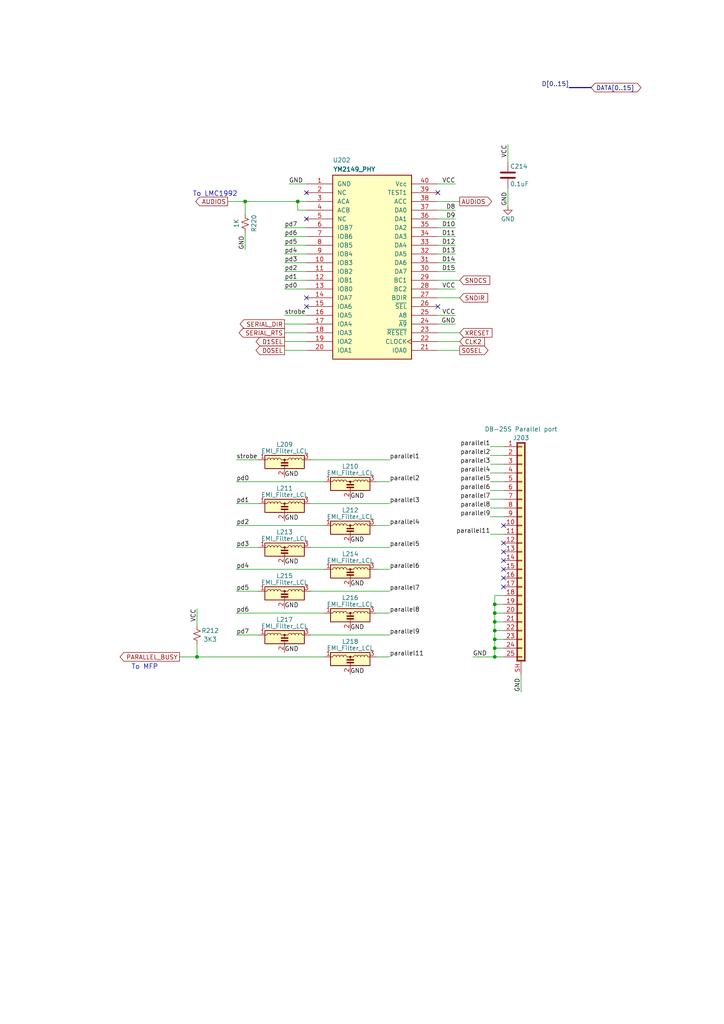
<source format=kicad_sch>
(kicad_sch (version 20230121) (generator eeschema)
  (paper "A4" portrait)
  (title_block (title "Converted schematics of Atari STE") (date "2021-08-31") (rev "1.0.0") (comment 1 "Reference : C300780-001"))
  (lib_symbols
    (symbol "Connector_Generic_Shielded:Conn_01x25_Shielded" (pin_names (offset 1.016) hide)
      (property "Reference" "J" (at 0.254 32.766 0))
      (property "Value" "Conn_01x25_Shielded" (at 1.016 -32.766 0))
      (symbol "Conn_01x25_Shielded_1_1"
        (rectangle (start -1.27 31.75) (end 1.27 -31.75) (stroke (width 0.1524)))
        (rectangle (start -1.016 -30.353) (end 0.254 -30.607) (stroke (width 0.1524)))
        (rectangle (start -1.016 -27.813) (end 0.254 -28.067) (stroke (width 0.1524)))
        (rectangle (start -1.016 -25.273) (end 0.254 -25.527) (stroke (width 0.1524)))
        (rectangle (start -1.016 -22.733) (end 0.254 -22.987) (stroke (width 0.1524)))
        (rectangle (start -1.016 -20.193) (end 0.254 -20.447) (stroke (width 0.1524)))
        (rectangle (start -1.016 -17.653) (end 0.254 -17.907) (stroke (width 0.1524)))
        (rectangle (start -1.016 -15.113) (end 0.254 -15.367) (stroke (width 0.1524)))
        (rectangle (start -1.016 -12.573) (end 0.254 -12.827) (stroke (width 0.1524)))
        (rectangle (start -1.016 -10.033) (end 0.254 -10.287) (stroke (width 0.1524)))
        (rectangle (start -1.016 -7.493) (end 0.254 -7.747) (stroke (width 0.1524)))
        (rectangle (start -1.016 -4.953) (end 0.254 -5.207) (stroke (width 0.1524)))
        (rectangle (start -1.016 -2.413) (end 0.254 -2.667) (stroke (width 0.1524)))
        (rectangle (start -1.016 0.127) (end 0.254 -0.127) (stroke (width 0.1524)))
        (rectangle (start -1.016 2.667) (end 0.254 2.413) (stroke (width 0.1524)))
        (rectangle (start -1.016 5.207) (end 0.254 4.953) (stroke (width 0.1524)))
        (rectangle (start -1.016 7.747) (end 0.254 7.493) (stroke (width 0.1524)))
        (rectangle (start -1.016 10.287) (end 0.254 10.033) (stroke (width 0.1524)))
        (rectangle (start -1.016 12.827) (end 0.254 12.573) (stroke (width 0.1524)))
        (rectangle (start -1.016 15.367) (end 0.254 15.113) (stroke (width 0.1524)))
        (rectangle (start -1.016 17.907) (end 0.254 17.653) (stroke (width 0.1524)))
        (rectangle (start -1.016 20.447) (end 0.254 20.193) (stroke (width 0.1524)))
        (rectangle (start -1.016 22.987) (end 0.254 22.733) (stroke (width 0.1524)))
        (rectangle (start -1.016 25.527) (end 0.254 25.273) (stroke (width 0.1524)))
        (rectangle (start -1.016 28.067) (end 0.254 27.813) (stroke (width 0.1524)))
        (rectangle (start -1.016 30.607) (end 0.254 30.353) (stroke (width 0.1524)))
        (rectangle (start -1.016 31.496) (end 1.016 -31.496) (stroke (width 0.254)) (fill (type background)))
        (pin passive line (at -5.08 30.48 0) (length 4.064) (name "Pin_1") (number "1"))
        (pin passive line (at -5.08 7.62 0) (length 4.064) (name "Pin_10") (number "10"))
        (pin passive line (at -5.08 5.08 0) (length 4.064) (name "Pin_11") (number "11"))
        (pin passive line (at -5.08 2.54 0) (length 4.064) (name "Pin_12") (number "12"))
        (pin passive line (at -5.08 0 0) (length 4.064) (name "Pin_13") (number "13"))
        (pin passive line (at -5.08 -2.54 0) (length 4.064) (name "Pin_14") (number "14"))
        (pin passive line (at -5.08 -5.08 0) (length 4.064) (name "Pin_15") (number "15"))
        (pin passive line (at -5.08 -7.62 0) (length 4.064) (name "Pin_16") (number "16"))
        (pin passive line (at -5.08 -10.16 0) (length 4.064) (name "Pin_17") (number "17"))
        (pin passive line (at -5.08 -12.7 0) (length 4.064) (name "Pin_18") (number "18"))
        (pin passive line (at -5.08 -15.24 0) (length 4.064) (name "Pin_19") (number "19"))
        (pin passive line (at -5.08 27.94 0) (length 4.064) (name "Pin_2") (number "2"))
        (pin passive line (at -5.08 -17.78 0) (length 4.064) (name "Pin_20") (number "20"))
        (pin passive line (at -5.08 -20.32 0) (length 4.064) (name "Pin_21") (number "21"))
        (pin passive line (at -5.08 -22.86 0) (length 4.064) (name "Pin_22") (number "22"))
        (pin passive line (at -5.08 -25.4 0) (length 4.064) (name "Pin_23") (number "23"))
        (pin passive line (at -5.08 -27.94 0) (length 4.064) (name "Pin_24") (number "24"))
        (pin passive line (at -5.08 -30.48 0) (length 4.064) (name "Pin_25") (number "25"))
        (pin passive line (at -5.08 25.4 0) (length 4.064) (name "Pin_3") (number "3"))
        (pin passive line (at -5.08 22.86 0) (length 4.064) (name "Pin_4") (number "4"))
        (pin passive line (at -5.08 20.32 0) (length 4.064) (name "Pin_5") (number "5"))
        (pin passive line (at -5.08 17.78 0) (length 4.064) (name "Pin_6") (number "6"))
        (pin passive line (at -5.08 15.24 0) (length 4.064) (name "Pin_7") (number "7"))
        (pin passive line (at -5.08 12.7 0) (length 4.064) (name "Pin_8") (number "8"))
        (pin passive line (at -5.08 10.16 0) (length 4.064) (name "Pin_9") (number "9"))
        (pin passive line (at 0 -35.56 90) (length 3.81) (name "Shield") (number "SH"))
      )
    )
    (symbol "Device:C" (pin_numbers hide) (pin_names (offset 0.254))
      (property "Reference" "C" (at 0.635 2.54 0))
      (property "Value" "C" (at 0.635 -2.54 0))
      (symbol "C_0_1"
        (polyline (pts (xy -2.032 -0.762) (xy 2.032 -0.762)) (stroke (width 0.508)))
        (polyline (pts (xy -2.032 0.762) (xy 2.032 0.762)) (stroke (width 0.508)))
      )
      (symbol "C_1_1"
        (pin passive line (at 0 3.81 270) (length 2.794) (name "~") (number "1"))
        (pin passive line (at 0 -3.81 90) (length 2.794) (name "~") (number "2"))
      )
    )
    (symbol "Device:EMI_Filter_LCL" (pin_names (offset 0.254) hide)
      (property "Reference" "FL" (at 0 6.985 0))
      (property "Value" "Device_EMI_Filter_LCL" (at 0 5.08 0))
      (symbol "EMI_Filter_LCL_0_1"
        (rectangle (start -5.715 3.81) (end 5.715 0) (stroke (width 0.254)) (fill (type background)))
        (arc (start -4.064 2.54) (mid -4.572 3.0457) (end -5.08 2.54))
        (arc (start -3.048 2.54) (mid -3.556 3.0457) (end -4.064 2.54))
        (arc (start -2.032 2.54) (mid -2.54 3.0457) (end -3.048 2.54))
        (rectangle (start -1.016 0.762) (end 1.016 1.016) (fill (type outline)))
        (arc (start -1.016 2.54) (mid -1.524 3.0457) (end -2.032 2.54))
        (polyline (pts (xy -1.016 2.54) (xy 1.016 2.54)))
        (polyline (pts (xy 0 0.762) (xy 0 0)))
        (polyline (pts (xy 0 2.54) (xy 0 1.778)))
        (circle (center 0 2.54) (radius 0.254) (fill (type outline)))
        (rectangle (start 1.016 1.524) (end -1.016 1.778) (fill (type outline)))
        (arc (start 2.032 2.54) (mid 1.524 3.0457) (end 1.016 2.54))
        (arc (start 3.048 2.54) (mid 2.54 3.0457) (end 2.032 2.54))
        (arc (start 4.064 2.54) (mid 3.556 3.0457) (end 3.048 2.54))
        (arc (start 5.08 2.54) (mid 4.572 3.0457) (end 4.064 2.54))
      )
      (symbol "EMI_Filter_LCL_1_1"
        (pin passive line (at -7.62 2.54 0) (length 2.54) (name "1") (number "1"))
        (pin passive line (at 0 -2.54 90) (length 2.54) (name "2") (number "2"))
        (pin passive line (at 7.62 2.54 180) (length 2.54) (name "3") (number "3"))
      )
    )
    (symbol "Device:R_Small_US" (pin_numbers hide) (pin_names (offset 0.254) hide)
      (property "Reference" "R" (at 0.762 0.508 0))
      (property "Value" "R_Small_US" (at 0.762 -1.016 0))
      (symbol "R_Small_US_1_1"
        (polyline (pts (xy 0 0) (xy 1.016 -0.381) (xy 0 -0.762) (xy -1.016 -1.143) (xy 0 -1.524)))
        (polyline (pts (xy 0 1.524) (xy 1.016 1.143) (xy 0 0.762) (xy -1.016 0.381) (xy 0 0)))
        (pin passive line (at 0 2.54 270) (length 1.016) (name "~") (number "1"))
        (pin passive line (at 0 -2.54 90) (length 1.016) (name "~") (number "2"))
      )
    )
    (symbol "power:GND" (power) (pin_names (offset 0))
      (property "Value" "GND" (at 0 -3.81 0))
      (symbol "GND_0_1"
        (polyline (pts (xy 0 0) (xy 0 -1.27) (xy 1.27 -1.27) (xy 0 -2.54) (xy -1.27 -1.27) (xy 0 -1.27)))
      )
      (symbol "GND_1_1"
        (pin power_in line (at 0 0 270) (length 0) hide (name "GND") (number "1"))
      )
    )
    (symbol "ym2149:YM2149_PHY" (pin_names (offset 1.27))
      (property "Reference" "U" (at 0 0 0))
      (property "Value" "YM2149_PHY" (at 0 0 0))
      (symbol "YM2149_PHY_0_0"
        (rectangle (start -11.43 26.67) (end 11.43 -26.67) (stroke (width 0.254)) (fill (type background)))
        (pin power_in line (at -19.05 24.13 0) (length 7.62) (name "GND") (number "1"))
        (pin bidirectional line (at -19.05 1.27 0) (length 7.62) (name "IOB3") (number "10"))
        (pin bidirectional line (at -19.05 -1.27 0) (length 7.62) (name "IOB2") (number "11"))
        (pin bidirectional line (at -19.05 -3.81 0) (length 7.62) (name "IOB1") (number "12"))
        (pin bidirectional line (at -19.05 -6.35 0) (length 7.62) (name "IOB0") (number "13"))
        (pin bidirectional line (at -19.05 -8.89 0) (length 7.62) (name "IOA7") (number "14"))
        (pin bidirectional line (at -19.05 -11.43 0) (length 7.62) (name "IOA6") (number "15"))
        (pin bidirectional line (at -19.05 -13.97 0) (length 7.62) (name "IOA5") (number "16"))
        (pin bidirectional line (at -19.05 -16.51 0) (length 7.62) (name "IOA4") (number "17"))
        (pin bidirectional line (at -19.05 -19.05 0) (length 7.62) (name "IOA3") (number "18"))
        (pin bidirectional line (at -19.05 -21.59 0) (length 7.62) (name "IOA2") (number "19"))
        (pin no_connect line (at -19.05 21.59 0) (length 7.62) (name "NC") (number "2"))
        (pin bidirectional line (at -19.05 -24.13 0) (length 7.62) (name "IOA1") (number "20"))
        (pin bidirectional line (at 19.05 -24.13 180) (length 7.62) (name "IOA0") (number "21"))
        (pin input clock (at 19.05 -21.59 180) (length 7.62) (name "CLOCK") (number "22"))
        (pin input line (at 19.05 -19.05 180) (length 7.62) (name "~{RESET}") (number "23"))
        (pin input line (at 19.05 -16.51 180) (length 7.62) (name "~{A9}") (number "24"))
        (pin input line (at 19.05 -13.97 180) (length 7.62) (name "A8") (number "25"))
        (pin input line (at 19.05 -11.43 180) (length 7.62) (name "~{SEL}") (number "26"))
        (pin input line (at 19.05 -8.89 180) (length 7.62) (name "BDIR") (number "27"))
        (pin input line (at 19.05 -6.35 180) (length 7.62) (name "BC2") (number "28"))
        (pin input line (at 19.05 -3.81 180) (length 7.62) (name "BC1") (number "29"))
        (pin open_collector line (at -19.05 19.05 0) (length 7.62) (name "ACA") (number "3"))
        (pin bidirectional line (at 19.05 -1.27 180) (length 7.62) (name "DA7") (number "30"))
        (pin bidirectional line (at 19.05 1.27 180) (length 7.62) (name "DA6") (number "31"))
        (pin bidirectional line (at 19.05 3.81 180) (length 7.62) (name "DA5") (number "32"))
        (pin bidirectional line (at 19.05 6.35 180) (length 7.62) (name "DA4") (number "33"))
        (pin bidirectional line (at 19.05 8.89 180) (length 7.62) (name "DA3") (number "34"))
        (pin bidirectional line (at 19.05 11.43 180) (length 7.62) (name "DA2") (number "35"))
        (pin bidirectional line (at 19.05 13.97 180) (length 7.62) (name "DA1") (number "36"))
        (pin bidirectional line (at 19.05 16.51 180) (length 7.62) (name "DA0") (number "37"))
        (pin open_collector line (at 19.05 19.05 180) (length 7.62) (name "ACC") (number "38"))
        (pin no_connect line (at 19.05 21.59 180) (length 7.62) (name "TEST1") (number "39"))
        (pin open_collector line (at -19.05 16.51 0) (length 7.62) (name "ACB") (number "4"))
        (pin power_in line (at 19.05 24.13 180) (length 7.62) (name "Vcc") (number "40"))
        (pin no_connect line (at -19.05 13.97 0) (length 7.62) (name "NC") (number "5"))
        (pin bidirectional line (at -19.05 11.43 0) (length 7.62) (name "IOB7") (number "6"))
        (pin bidirectional line (at -19.05 8.89 0) (length 7.62) (name "IOB6") (number "7"))
        (pin bidirectional line (at -19.05 6.35 0) (length 7.62) (name "IOB5") (number "8"))
        (pin bidirectional line (at -19.05 3.81 0) (length 7.62) (name "IOB4") (number "9"))
      )
    )
  )
  (junction (at 71.12 58.42))
  (junction (at 143.51 182.88))
  (junction (at 143.51 177.8))
  (junction (at 86.36 58.42))
  (junction (at 143.51 190.5))
  (junction (at 57.15 190.5))
  (junction (at 143.51 175.26))
  (junction (at 143.51 187.96))
  (junction (at 143.51 185.42))
  (junction (at 143.51 180.34))
  (no_connect (at 146.05 165.1))
  (no_connect (at 88.9 86.36))
  (no_connect (at 146.05 152.4))
  (no_connect (at 146.05 160.02))
  (no_connect (at 146.05 157.48))
  (no_connect (at 88.9 63.5))
  (no_connect (at 127 55.88))
  (no_connect (at 146.05 162.56))
  (no_connect (at 146.05 167.64))
  (no_connect (at 88.9 88.9))
  (no_connect (at 146.05 170.18))
  (no_connect (at 127 88.9))
  (no_connect (at 88.9 55.88))
  (wire (pts (xy 82.55 66.04) (xy 88.9 66.04)))
  (wire (pts (xy 142.24 142.24) (xy 146.05 142.24)))
  (wire (pts (xy 143.51 172.72) (xy 143.51 175.26)))
  (wire (pts (xy 142.24 149.86) (xy 146.05 149.86)))
  (wire (pts (xy 82.55 83.82) (xy 88.9 83.82)))
  (wire (pts (xy 142.24 134.62) (xy 146.05 134.62)))
  (wire (pts (xy 83.82 53.34) (xy 88.9 53.34)))
  (wire (pts (xy 82.55 73.66) (xy 88.9 73.66)))
  (wire (pts (xy 71.12 58.42) (xy 86.36 58.42)))
  (wire (pts (xy 147.32 41.91) (xy 147.32 46.99)))
  (wire (pts (xy 127 96.52) (xy 133.35 96.52)))
  (wire (pts (xy 143.51 180.34) (xy 143.51 182.88)))
  (wire (pts (xy 82.55 81.28) (xy 88.9 81.28)))
  (wire (pts (xy 143.51 177.8) (xy 143.51 180.34)))
  (wire (pts (xy 109.22 190.5) (xy 113.03 190.5)))
  (wire (pts (xy 82.55 96.52) (xy 88.9 96.52)))
  (wire (pts (xy 68.58 177.8) (xy 93.98 177.8)))
  (wire (pts (xy 86.36 60.96) (xy 86.36 58.42)))
  (wire (pts (xy 68.58 165.1) (xy 93.98 165.1)))
  (wire (pts (xy 127 71.12) (xy 132.08 71.12)))
  (wire (pts (xy 127 99.06) (xy 133.35 99.06)))
  (wire (pts (xy 68.58 133.35) (xy 74.93 133.35)))
  (wire (pts (xy 142.24 132.08) (xy 146.05 132.08)))
  (wire (pts (xy 82.55 76.2) (xy 88.9 76.2)))
  (wire (pts (xy 90.17 184.15) (xy 113.03 184.15)))
  (wire (pts (xy 142.24 147.32) (xy 146.05 147.32)))
  (wire (pts (xy 57.15 181.61) (xy 57.15 176.53)))
  (wire (pts (xy 151.13 200.66) (xy 151.13 195.58)))
  (wire (pts (xy 127 63.5) (xy 132.08 63.5)))
  (wire (pts (xy 127 68.58) (xy 132.08 68.58)))
  (wire (pts (xy 127 86.36) (xy 133.35 86.36)))
  (wire (pts (xy 127 91.44) (xy 132.08 91.44)))
  (wire (pts (xy 90.17 133.35) (xy 113.03 133.35)))
  (wire (pts (xy 82.55 93.98) (xy 88.9 93.98)))
  (wire (pts (xy 142.24 137.16) (xy 146.05 137.16)))
  (wire (pts (xy 137.16 190.5) (xy 143.51 190.5)))
  (wire (pts (xy 143.51 190.5) (xy 146.05 190.5)))
  (wire (pts (xy 127 101.6) (xy 133.35 101.6)))
  (wire (pts (xy 127 81.28) (xy 133.35 81.28)))
  (wire (pts (xy 68.58 184.15) (xy 74.93 184.15)))
  (wire (pts (xy 127 60.96) (xy 132.08 60.96)))
  (wire (pts (xy 143.51 182.88) (xy 146.05 182.88)))
  (wire (pts (xy 57.15 190.5) (xy 93.98 190.5)))
  (wire (pts (xy 127 83.82) (xy 132.08 83.82)))
  (wire (pts (xy 52.07 190.5) (xy 57.15 190.5)))
  (wire (pts (xy 71.12 58.42) (xy 71.12 62.23)))
  (wire (pts (xy 68.58 139.7) (xy 93.98 139.7)))
  (wire (pts (xy 127 73.66) (xy 132.08 73.66)))
  (wire (pts (xy 68.58 152.4) (xy 93.98 152.4)))
  (wire (pts (xy 127 66.04) (xy 132.08 66.04)))
  (wire (pts (xy 109.22 177.8) (xy 113.03 177.8)))
  (wire (pts (xy 66.04 58.42) (xy 71.12 58.42)))
  (wire (pts (xy 86.36 58.42) (xy 88.9 58.42)))
  (wire (pts (xy 143.51 175.26) (xy 146.05 175.26)))
  (wire (pts (xy 143.51 175.26) (xy 143.51 177.8)))
  (wire (pts (xy 127 58.42) (xy 133.35 58.42)))
  (wire (pts (xy 90.17 146.05) (xy 113.03 146.05)))
  (wire (pts (xy 57.15 186.69) (xy 57.15 190.5)))
  (bus (pts (xy 165.1 25.4) (xy 171.45 25.4)))
  (wire (pts (xy 109.22 152.4) (xy 113.03 152.4)))
  (wire (pts (xy 109.22 165.1) (xy 113.03 165.1)))
  (wire (pts (xy 142.24 139.7) (xy 146.05 139.7)))
  (wire (pts (xy 90.17 171.45) (xy 113.03 171.45)))
  (wire (pts (xy 82.55 71.12) (xy 88.9 71.12)))
  (wire (pts (xy 90.17 158.75) (xy 113.03 158.75)))
  (wire (pts (xy 142.24 144.78) (xy 146.05 144.78)))
  (wire (pts (xy 82.55 99.06) (xy 88.9 99.06)))
  (wire (pts (xy 143.51 187.96) (xy 146.05 187.96)))
  (wire (pts (xy 71.12 67.31) (xy 71.12 72.39)))
  (wire (pts (xy 127 93.98) (xy 132.08 93.98)))
  (wire (pts (xy 143.51 180.34) (xy 146.05 180.34)))
  (wire (pts (xy 143.51 185.42) (xy 143.51 187.96)))
  (wire (pts (xy 109.22 139.7) (xy 113.03 139.7)))
  (wire (pts (xy 127 78.74) (xy 132.08 78.74)))
  (wire (pts (xy 68.58 158.75) (xy 74.93 158.75)))
  (wire (pts (xy 143.51 187.96) (xy 143.51 190.5)))
  (wire (pts (xy 82.55 101.6) (xy 88.9 101.6)))
  (wire (pts (xy 142.24 154.94) (xy 146.05 154.94)))
  (wire (pts (xy 143.51 172.72) (xy 146.05 172.72)))
  (wire (pts (xy 147.32 54.61) (xy 147.32 59.69)))
  (wire (pts (xy 88.9 60.96) (xy 86.36 60.96)))
  (wire (pts (xy 143.51 177.8) (xy 146.05 177.8)))
  (wire (pts (xy 68.58 146.05) (xy 74.93 146.05)))
  (wire (pts (xy 82.55 68.58) (xy 88.9 68.58)))
  (wire (pts (xy 142.24 129.54) (xy 146.05 129.54)))
  (wire (pts (xy 143.51 182.88) (xy 143.51 185.42)))
  (wire (pts (xy 68.58 171.45) (xy 74.93 171.45)))
  (wire (pts (xy 143.51 185.42) (xy 146.05 185.42)))
  (wire (pts (xy 127 53.34) (xy 132.08 53.34)))
  (wire (pts (xy 82.55 78.74) (xy 88.9 78.74)))
  (wire (pts (xy 82.55 91.44) (xy 88.9 91.44)))
  (wire (pts (xy 127 76.2) (xy 132.08 76.2)))
  (text "To MFP" (at 38.1 194.31 0) (effects (font (size 1.397 1.397)) (justify left bottom)))
  (text "To LMC1992" (at 55.88 57.15 0) (effects (font (size 1.397 1.397)) (justify left bottom)))
  (label "GND" (at 101.6 157.48 0))
  (label "pd2" (at 68.58 152.4 0))
  (label "VCC" (at 132.08 83.82 180))
  (label "GND" (at 132.08 93.98 180))
  (label "D8" (at 132.08 60.96 180))
  (label "parallel1" (at 113.03 133.35 0))
  (label "parallel6" (at 142.24 142.24 180))
  (label "GND" (at 82.55 176.53 0))
  (label "VCC" (at 57.15 176.53 270))
  (label "pd5" (at 82.55 71.12 0))
  (label "parallel2" (at 142.24 132.08 180))
  (label "pd7" (at 82.55 66.04 0))
  (label "GND" (at 147.32 59.69 90))
  (label "GND" (at 101.6 144.78 0))
  (label "parallel3" (at 142.24 134.62 180))
  (label "VCC" (at 147.32 41.91 270))
  (label "pd5" (at 68.58 171.45 0))
  (label "GND" (at 82.55 189.23 0))
  (label "D10" (at 132.08 66.04 180))
  (label "pd4" (at 82.55 73.66 0))
  (label "pd3" (at 82.55 76.2 0))
  (label "parallel1" (at 142.24 129.54 180))
  (label "GND" (at 71.12 72.39 90))
  (label "parallel11" (at 113.03 190.5 0))
  (label "parallel9" (at 113.03 184.15 0))
  (label "pd0" (at 82.55 83.82 0))
  (label "pd6" (at 68.58 177.8 0))
  (label "pd0" (at 68.58 139.7 0))
  (label "GND" (at 101.6 195.58 0))
  (label "pd4" (at 68.58 165.1 0))
  (label "parallel11" (at 142.24 154.94 180))
  (label "D[0..15]" (at 165.1 25.4 180))
  (label "GND" (at 82.55 151.13 0))
  (label "parallel9" (at 142.24 149.86 180))
  (label "D11" (at 132.08 68.58 180))
  (label "parallel8" (at 113.03 177.8 0))
  (label "GND" (at 151.13 200.66 90))
  (label "pd1" (at 82.55 81.28 0))
  (label "parallel7" (at 142.24 144.78 180))
  (label "GND" (at 137.16 190.5 0))
  (label "pd7" (at 68.58 184.15 0))
  (label "pd2" (at 82.55 78.74 0))
  (label "VCC" (at 132.08 53.34 180))
  (label "parallel5" (at 113.03 158.75 0))
  (label "parallel7" (at 113.03 171.45 0))
  (label "pd3" (at 68.58 158.75 0))
  (label "D15" (at 132.08 78.74 180))
  (label "strobe" (at 68.58 133.35 0))
  (label "parallel2" (at 113.03 139.7 0))
  (label "parallel8" (at 142.24 147.32 180))
  (label "pd1" (at 68.58 146.05 0))
  (label "GND" (at 101.6 182.88 0))
  (label "parallel4" (at 113.03 152.4 0))
  (label "GND" (at 82.55 138.43 0))
  (label "parallel3" (at 113.03 146.05 0))
  (label "VCC" (at 132.08 91.44 180))
  (label "GND" (at 83.82 53.34 0))
  (label "strobe" (at 82.55 91.44 0))
  (label "D13" (at 132.08 73.66 180))
  (label "D9" (at 132.08 63.5 180))
  (label "parallel4" (at 142.24 137.16 180))
  (label "GND" (at 101.6 170.18 0))
  (label "D14" (at 132.08 76.2 180))
  (label "GND" (at 82.55 163.83 0))
  (label "parallel5" (at 142.24 139.7 180))
  (label "parallel6" (at 113.03 165.1 0))
  (label "D12" (at 132.08 71.12 180))
  (label "pd6" (at 82.55 68.58 0))
  (global_label "D1SEL" (shape output) (at 82.55 99.06 180) (property "Intersheetrefs" "${INTERSHEET_REFS}" (effects hide)))
  (global_label "SERIAL_RTS" (shape output) (at 82.55 96.52 180) (property "Intersheetrefs" "${INTERSHEET_REFS}" (effects hide)))
  (global_label "CLK2" (shape input) (at 133.35 99.06 0) (property "Intersheetrefs" "${INTERSHEET_REFS}" (effects hide)))
  (global_label "XRESET" (shape input) (at 133.35 96.52 0) (property "Intersheetrefs" "${INTERSHEET_REFS}" (effects hide)))
  (global_label "DATA[0..15]" (shape bidirectional) (at 171.45 25.4 0) (property "Intersheetrefs" "${INTERSHEET_REFS}" (effects hide)))
  (global_label "D0SEL" (shape output) (at 82.55 101.6 180) (property "Intersheetrefs" "${INTERSHEET_REFS}" (effects hide)))
  (global_label "AUDIOS" (shape output) (at 133.35 58.42 0) (property "Intersheetrefs" "${INTERSHEET_REFS}" (effects hide)))
  (global_label "SERIAL_DIR" (shape output) (at 82.55 93.98 180) (property "Intersheetrefs" "${INTERSHEET_REFS}" (effects hide)))
  (global_label "SNDIR" (shape input) (at 133.35 86.36 0) (property "Intersheetrefs" "${INTERSHEET_REFS}" (effects hide)))
  (global_label "S0SEL" (shape output) (at 133.35 101.6 0) (property "Intersheetrefs" "${INTERSHEET_REFS}" (effects hide)))
  (global_label "PARALLEL_BUSY" (shape output) (at 52.07 190.5 180) (property "Intersheetrefs" "${INTERSHEET_REFS}" (effects hide)))
  (global_label "AUDIOS" (shape output) (at 66.04 58.42 180) (property "Intersheetrefs" "${INTERSHEET_REFS}" (effects hide)))
  (global_label "SNDCS" (shape input) (at 133.35 81.28 0) (property "Intersheetrefs" "${INTERSHEET_REFS}" (effects hide)))
  (symbol (lib_id "ym2149:YM2149_PHY") (at 107.95 77.47 0) (unit 1)
    (property "Reference" "U202" (at 96.52 45.72 0) (effects (justify left top)))
    (property "Value" "YM2149_PHY" (at 96.52 48.26 0) (effects (font bold) (justify left top)))
    (property "Footprint" "Package_DIP:DIP-40_W15.24mm_LongPads" (effects hide))
  )
  (symbol (lib_id "Device:EMI_Filter_LCL") (at 82.55 135.89 0) (unit 1)
    (property "Reference" "L209" (at 82.55 128.905 0))
    (property "Value" "EMI_Filter_LCL" (at 82.55 130.81 0))
    (property "Footprint" "commons_passives_THT:Passive_THT_EMI_filter_W5.08mm_L7.62mm" (effects hide))
    (property "Datasheet" "http://www.murata.com/~/media/webrenewal/support/library/catalog/products/emc/emifil/c31e.ashx?la=en-gb" (effects hide))
  )
  (symbol (lib_id "Device:EMI_Filter_LCL") (at 101.6 142.24 0) (unit 1)
    (property "Reference" "L210" (at 101.6 135.255 0))
    (property "Value" "EMI_Filter_LCL" (at 101.6 137.16 0))
    (property "Footprint" "commons_passives_THT:Passive_THT_EMI_filter_W5.08mm_L7.62mm" (effects hide))
    (property "Datasheet" "http://www.murata.com/~/media/webrenewal/support/library/catalog/products/emc/emifil/c31e.ashx?la=en-gb" (effects hide))
  )
  (symbol (lib_id "Device:EMI_Filter_LCL") (at 82.55 148.59 0) (unit 1)
    (property "Reference" "L211" (at 82.55 141.605 0))
    (property "Value" "EMI_Filter_LCL" (at 82.55 143.51 0))
    (property "Footprint" "commons_passives_THT:Passive_THT_EMI_filter_W5.08mm_L7.62mm" (effects hide))
    (property "Datasheet" "http://www.murata.com/~/media/webrenewal/support/library/catalog/products/emc/emifil/c31e.ashx?la=en-gb" (effects hide))
  )
  (symbol (lib_id "Device:EMI_Filter_LCL") (at 101.6 154.94 0) (unit 1)
    (property "Reference" "L212" (at 101.6 147.955 0))
    (property "Value" "EMI_Filter_LCL" (at 101.6 149.86 0))
    (property "Footprint" "commons_passives_THT:Passive_THT_EMI_filter_W5.08mm_L7.62mm" (effects hide))
    (property "Datasheet" "http://www.murata.com/~/media/webrenewal/support/library/catalog/products/emc/emifil/c31e.ashx?la=en-gb" (effects hide))
  )
  (symbol (lib_id "Device:EMI_Filter_LCL") (at 82.55 161.29 0) (unit 1)
    (property "Reference" "L213" (at 82.55 154.305 0))
    (property "Value" "EMI_Filter_LCL" (at 82.55 156.21 0))
    (property "Footprint" "commons_passives_THT:Passive_THT_EMI_filter_W5.08mm_L7.62mm" (effects hide))
    (property "Datasheet" "http://www.murata.com/~/media/webrenewal/support/library/catalog/products/emc/emifil/c31e.ashx?la=en-gb" (effects hide))
  )
  (symbol (lib_id "Device:EMI_Filter_LCL") (at 101.6 167.64 0) (unit 1)
    (property "Reference" "L214" (at 101.6 160.655 0))
    (property "Value" "EMI_Filter_LCL" (at 101.6 162.56 0))
    (property "Footprint" "commons_passives_THT:Passive_THT_EMI_filter_W5.08mm_L7.62mm" (effects hide))
    (property "Datasheet" "http://www.murata.com/~/media/webrenewal/support/library/catalog/products/emc/emifil/c31e.ashx?la=en-gb" (effects hide))
  )
  (symbol (lib_id "Device:EMI_Filter_LCL") (at 82.55 173.99 0) (unit 1)
    (property "Reference" "L215" (at 82.55 167.005 0))
    (property "Value" "EMI_Filter_LCL" (at 82.55 168.91 0))
    (property "Footprint" "commons_passives_THT:Passive_THT_EMI_filter_W5.08mm_L7.62mm" (effects hide))
    (property "Datasheet" "http://www.murata.com/~/media/webrenewal/support/library/catalog/products/emc/emifil/c31e.ashx?la=en-gb" (effects hide))
  )
  (symbol (lib_id "Device:EMI_Filter_LCL") (at 101.6 180.34 0) (unit 1)
    (property "Reference" "L216" (at 101.6 173.355 0))
    (property "Value" "EMI_Filter_LCL" (at 101.6 175.26 0))
    (property "Footprint" "commons_passives_THT:Passive_THT_EMI_filter_W5.08mm_L7.62mm" (effects hide))
    (property "Datasheet" "http://www.murata.com/~/media/webrenewal/support/library/catalog/products/emc/emifil/c31e.ashx?la=en-gb" (effects hide))
  )
  (symbol (lib_id "Device:EMI_Filter_LCL") (at 82.55 186.69 0) (unit 1)
    (property "Reference" "L217" (at 82.55 179.705 0))
    (property "Value" "EMI_Filter_LCL" (at 82.55 181.61 0))
    (property "Footprint" "commons_passives_THT:Passive_THT_EMI_filter_W5.08mm_L7.62mm" (effects hide))
    (property "Datasheet" "http://www.murata.com/~/media/webrenewal/support/library/catalog/products/emc/emifil/c31e.ashx?la=en-gb" (effects hide))
  )
  (symbol (lib_id "Device:EMI_Filter_LCL") (at 101.6 193.04 0) (unit 1)
    (property "Reference" "L218" (at 101.6 186.055 0))
    (property "Value" "EMI_Filter_LCL" (at 101.6 187.96 0))
    (property "Footprint" "commons_passives_THT:Passive_THT_EMI_filter_W5.08mm_L7.62mm" (effects hide))
    (property "Datasheet" "http://www.murata.com/~/media/webrenewal/support/library/catalog/products/emc/emifil/c31e.ashx?la=en-gb" (effects hide))
  )
  (symbol (lib_id "Connector_Generic_Shielded:Conn_01x25_Shielded") (at 151.13 160.02 0) (unit 1)
    (property "Reference" "J203" (at 151.13 127 0))
    (property "Value" "DB-25S Parallel port" (at 151.13 124.46 0))
    (property "Footprint" "commons-interconnect_THT:DSUB-25_Female_Horizontal_P2.77x2.84mm_EdgePinOffset7.70mm_Housed_MountingHolesOffset9.12mm" (effects hide))
  )
  (symbol (lib_id "Device:R_Small_US") (at 71.12 64.77 180) (unit 1)
    (property "Reference" "R220" (at 73.66 64.77 90))
    (property "Value" "1K" (at 68.58 64.77 90))
    (property "Footprint" "commons_passives_THT:Passive_THT_resistor_W2.54mm_L12.70mm" (effects hide))
  )
  (symbol (lib_id "Device:C") (at 147.32 50.8 0) (unit 1)
    (property "Reference" "C214" (at 147.955 48.26 0) (effects (justify left)))
    (property "Value" "0.1uF" (at 147.955 53.34 0) (effects (justify left)))
    (property "Footprint" "commons_passives_THT:Passive_THT_capacitor_mlcc_W2.54mm_L7.62mm" (effects hide))
  )
  (symbol (lib_id "Device:R_Small_US") (at 57.15 184.15 0) (unit 1)
    (property "Reference" "R212" (at 60.96 182.88 0))
    (property "Value" "3K3" (at 60.96 185.42 0))
    (property "Footprint" "commons_passives_THT:Passive_THT_resistor_W2.54mm_L12.70mm" (effects hide))
  )
  (symbol (lib_id "power:GND") (at 147.32 59.69 0) (unit 1)
    (property "Reference" "#PWR013" (effects hide))
    (property "Value" "GND" (at 147.32 63.5 0))
  )
)
</source>
